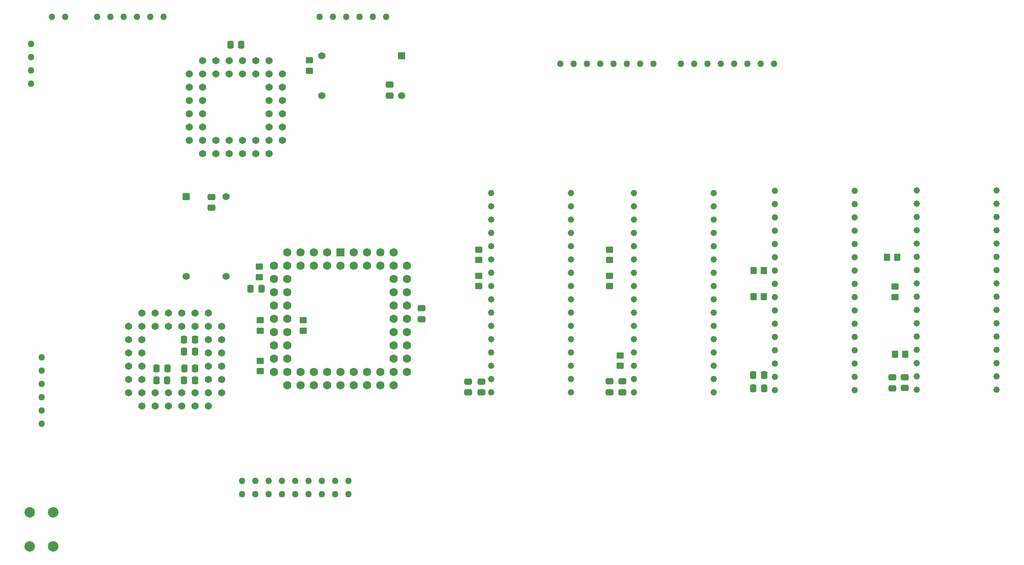
<source format=gbr>
%TF.GenerationSoftware,KiCad,Pcbnew,(6.0.0)*%
%TF.CreationDate,2024-03-23T23:35:02-05:00*%
%TF.ProjectId,MCD,4d43442e-6b69-4636-9164-5f7063625858,rev?*%
%TF.SameCoordinates,Original*%
%TF.FileFunction,Soldermask,Bot*%
%TF.FilePolarity,Negative*%
%FSLAX46Y46*%
G04 Gerber Fmt 4.6, Leading zero omitted, Abs format (unit mm)*
G04 Created by KiCad (PCBNEW (6.0.0)) date 2024-03-23 23:35:02*
%MOMM*%
%LPD*%
G01*
G04 APERTURE LIST*
G04 Aperture macros list*
%AMRoundRect*
0 Rectangle with rounded corners*
0 $1 Rounding radius*
0 $2 $3 $4 $5 $6 $7 $8 $9 X,Y pos of 4 corners*
0 Add a 4 corners polygon primitive as box body*
4,1,4,$2,$3,$4,$5,$6,$7,$8,$9,$2,$3,0*
0 Add four circle primitives for the rounded corners*
1,1,$1+$1,$2,$3*
1,1,$1+$1,$4,$5*
1,1,$1+$1,$6,$7*
1,1,$1+$1,$8,$9*
0 Add four rect primitives between the rounded corners*
20,1,$1+$1,$2,$3,$4,$5,0*
20,1,$1+$1,$4,$5,$6,$7,0*
20,1,$1+$1,$6,$7,$8,$9,0*
20,1,$1+$1,$8,$9,$2,$3,0*%
G04 Aperture macros list end*
%ADD10C,1.270000*%
%ADD11C,1.244600*%
%ADD12C,2.000000*%
%ADD13C,1.371600*%
%ADD14RoundRect,0.102000X0.579000X0.579000X-0.579000X0.579000X-0.579000X-0.579000X0.579000X-0.579000X0*%
%ADD15C,1.362000*%
%ADD16RoundRect,0.102000X-0.579000X0.579000X-0.579000X-0.579000X0.579000X-0.579000X0.579000X0.579000X0*%
%ADD17RoundRect,0.102000X-0.700000X-0.700000X0.700000X-0.700000X0.700000X0.700000X-0.700000X0.700000X0*%
%ADD18C,1.604000*%
%ADD19RoundRect,0.250000X-0.350000X-0.450000X0.350000X-0.450000X0.350000X0.450000X-0.350000X0.450000X0*%
%ADD20RoundRect,0.250000X0.350000X0.450000X-0.350000X0.450000X-0.350000X-0.450000X0.350000X-0.450000X0*%
%ADD21RoundRect,0.250000X0.475000X-0.337500X0.475000X0.337500X-0.475000X0.337500X-0.475000X-0.337500X0*%
%ADD22RoundRect,0.250000X0.450000X-0.350000X0.450000X0.350000X-0.450000X0.350000X-0.450000X-0.350000X0*%
%ADD23RoundRect,0.250000X0.337500X0.475000X-0.337500X0.475000X-0.337500X-0.475000X0.337500X-0.475000X0*%
%ADD24RoundRect,0.250000X-0.450000X0.350000X-0.450000X-0.350000X0.450000X-0.350000X0.450000X0.350000X0*%
%ADD25RoundRect,0.250000X-0.337500X-0.475000X0.337500X-0.475000X0.337500X0.475000X-0.337500X0.475000X0*%
%ADD26RoundRect,0.250000X-0.475000X0.337500X-0.475000X-0.337500X0.475000X-0.337500X0.475000X0.337500X0*%
G04 APERTURE END LIST*
D10*
%TO.C,J8*%
X130850000Y-75500000D03*
X128310000Y-75500000D03*
X125770000Y-75500000D03*
X123230000Y-75500000D03*
X120690000Y-75500000D03*
X118150000Y-75500000D03*
%TD*%
D11*
%TO.C,U4*%
X208650000Y-147300000D03*
X208650000Y-144760000D03*
X208650000Y-142220000D03*
X208650000Y-139680000D03*
X208650000Y-137140000D03*
X208650000Y-134600000D03*
X208650000Y-132060000D03*
X208650000Y-129520000D03*
X208650000Y-126980000D03*
X208650000Y-124440000D03*
X208650000Y-121900000D03*
X208650000Y-119360000D03*
X208650000Y-116820000D03*
X208650000Y-114280000D03*
X208650000Y-111740000D03*
X208650000Y-109200000D03*
X193410000Y-109200000D03*
X193410000Y-111740000D03*
X193410000Y-114280000D03*
X193410000Y-116820000D03*
X193410000Y-119360000D03*
X193410000Y-121900000D03*
X193410000Y-124440000D03*
X193410000Y-126980000D03*
X193410000Y-129520000D03*
X193410000Y-132060000D03*
X193410000Y-134600000D03*
X193410000Y-137140000D03*
X193410000Y-139680000D03*
X193410000Y-142220000D03*
X193410000Y-144760000D03*
X193410000Y-147300000D03*
%TD*%
D10*
%TO.C,J4*%
X105500000Y-80690000D03*
X105500000Y-83230000D03*
X105500000Y-85770000D03*
X105500000Y-88310000D03*
%TD*%
D11*
%TO.C,U3*%
X289890000Y-146800000D03*
X289890000Y-144260000D03*
X289890000Y-141720000D03*
X289890000Y-139180000D03*
X289890000Y-136640000D03*
X289890000Y-134100000D03*
X289890000Y-131560000D03*
X289890000Y-129020000D03*
X289890000Y-126480000D03*
X289890000Y-123940000D03*
X289890000Y-121400000D03*
X289890000Y-118860000D03*
X289890000Y-116320000D03*
X289890000Y-113780000D03*
X289890000Y-111240000D03*
X289890000Y-108700000D03*
X274650000Y-108700000D03*
X274650000Y-111240000D03*
X274650000Y-113780000D03*
X274650000Y-116320000D03*
X274650000Y-118860000D03*
X274650000Y-121400000D03*
X274650000Y-123940000D03*
X274650000Y-126480000D03*
X274650000Y-129020000D03*
X274650000Y-131560000D03*
X274650000Y-134100000D03*
X274650000Y-136640000D03*
X274650000Y-139180000D03*
X274650000Y-141720000D03*
X274650000Y-144260000D03*
X274650000Y-146800000D03*
%TD*%
D12*
%TO.C,SW1*%
X105250000Y-170250000D03*
X105250000Y-176750000D03*
X109750000Y-176750000D03*
X109750000Y-170250000D03*
%TD*%
D10*
%TO.C,J5*%
X107550000Y-153350000D03*
X107550000Y-150810000D03*
X107550000Y-148270000D03*
X107550000Y-145730000D03*
X107550000Y-143190000D03*
X107550000Y-140650000D03*
%TD*%
D11*
%TO.C,U5*%
X262820000Y-146840000D03*
X262820000Y-144300000D03*
X262820000Y-141760000D03*
X262820000Y-139220000D03*
X262820000Y-136680000D03*
X262820000Y-134140000D03*
X262820000Y-131600000D03*
X262820000Y-129060000D03*
X262820000Y-126520000D03*
X262820000Y-123980000D03*
X262820000Y-121440000D03*
X262820000Y-118900000D03*
X262820000Y-116360000D03*
X262820000Y-113820000D03*
X262820000Y-111280000D03*
X262820000Y-108740000D03*
X247580000Y-108740000D03*
X247580000Y-111280000D03*
X247580000Y-113820000D03*
X247580000Y-116360000D03*
X247580000Y-118900000D03*
X247580000Y-121440000D03*
X247580000Y-123980000D03*
X247580000Y-126520000D03*
X247580000Y-129060000D03*
X247580000Y-131600000D03*
X247580000Y-134140000D03*
X247580000Y-136680000D03*
X247580000Y-139220000D03*
X247580000Y-141760000D03*
X247580000Y-144300000D03*
X247580000Y-146840000D03*
%TD*%
%TO.C,U2*%
X235890000Y-147300000D03*
X235890000Y-144760000D03*
X235890000Y-142220000D03*
X235890000Y-139680000D03*
X235890000Y-137140000D03*
X235890000Y-134600000D03*
X235890000Y-132060000D03*
X235890000Y-129520000D03*
X235890000Y-126980000D03*
X235890000Y-124440000D03*
X235890000Y-121900000D03*
X235890000Y-119360000D03*
X235890000Y-116820000D03*
X235890000Y-114280000D03*
X235890000Y-111740000D03*
X235890000Y-109200000D03*
X220650000Y-109200000D03*
X220650000Y-111740000D03*
X220650000Y-114280000D03*
X220650000Y-116820000D03*
X220650000Y-119360000D03*
X220650000Y-121900000D03*
X220650000Y-124440000D03*
X220650000Y-126980000D03*
X220650000Y-129520000D03*
X220650000Y-132060000D03*
X220650000Y-134600000D03*
X220650000Y-137140000D03*
X220650000Y-139680000D03*
X220650000Y-142220000D03*
X220650000Y-144760000D03*
X220650000Y-147300000D03*
%TD*%
D13*
%TO.C,U6*%
X145920000Y-86450000D03*
X143380000Y-83910000D03*
X143380000Y-86450000D03*
X140840000Y-83910000D03*
X140840000Y-86450000D03*
X138300000Y-83910000D03*
X135760000Y-86450000D03*
X138300000Y-86450000D03*
X135760000Y-88990000D03*
X138300000Y-88990000D03*
X135760000Y-91530000D03*
X138300000Y-91530000D03*
X135760000Y-94070000D03*
X138300000Y-94070000D03*
X135760000Y-96610000D03*
X138300000Y-96610000D03*
X135760000Y-99150000D03*
X138300000Y-101690000D03*
X138300000Y-99150000D03*
X140840000Y-101690000D03*
X140840000Y-99150000D03*
X143380000Y-101690000D03*
X143380000Y-99150000D03*
X145920000Y-101690000D03*
X145920000Y-99150000D03*
X148460000Y-101690000D03*
X148460000Y-99150000D03*
X151000000Y-101690000D03*
X153540000Y-99150000D03*
X151000000Y-99150000D03*
X153540000Y-96610000D03*
X151000000Y-96610000D03*
X153540000Y-94070000D03*
X151000000Y-94070000D03*
X153540000Y-91530000D03*
X151000000Y-91530000D03*
X153540000Y-88990000D03*
X151000000Y-88990000D03*
X153540000Y-86450000D03*
X151000000Y-83910000D03*
X151000000Y-86450000D03*
X148460000Y-83910000D03*
X148460000Y-86450000D03*
X145920000Y-83910000D03*
%TD*%
D10*
%TO.C,J3*%
X145840000Y-166770000D03*
X145840000Y-164230000D03*
X148380000Y-166770000D03*
X148380000Y-164230000D03*
X150920000Y-166770000D03*
X150920000Y-164230000D03*
X153460000Y-166770000D03*
X153460000Y-164230000D03*
X156000000Y-166770000D03*
X156000000Y-164230000D03*
X158540000Y-166770000D03*
X158540000Y-164230000D03*
X161080000Y-166770000D03*
X161080000Y-164230000D03*
X163620000Y-166770000D03*
X163620000Y-164230000D03*
X166160000Y-166770000D03*
X166160000Y-164230000D03*
%TD*%
D14*
%TO.C,Y1*%
X176270000Y-82990000D03*
D15*
X161030000Y-82990000D03*
X161030000Y-90610000D03*
X176270000Y-90610000D03*
%TD*%
D10*
%TO.C,J1*%
X206610000Y-84500000D03*
X209150000Y-84500000D03*
X211690000Y-84500000D03*
X214230000Y-84500000D03*
X216770000Y-84500000D03*
X219310000Y-84500000D03*
X221850000Y-84500000D03*
X224390000Y-84500000D03*
%TD*%
D13*
%TO.C,U1*%
X134320000Y-134650000D03*
X131780000Y-132110000D03*
X131780000Y-134650000D03*
X129240000Y-132110000D03*
X129240000Y-134650000D03*
X126700000Y-132110000D03*
X124160000Y-134650000D03*
X126700000Y-134650000D03*
X124160000Y-137190000D03*
X126700000Y-137190000D03*
X124160000Y-139730000D03*
X126700000Y-139730000D03*
X124160000Y-142270000D03*
X126700000Y-142270000D03*
X124160000Y-144810000D03*
X126700000Y-144810000D03*
X124160000Y-147350000D03*
X126700000Y-149890000D03*
X126700000Y-147350000D03*
X129240000Y-149890000D03*
X129240000Y-147350000D03*
X131780000Y-149890000D03*
X131780000Y-147350000D03*
X134320000Y-149890000D03*
X134320000Y-147350000D03*
X136860000Y-149890000D03*
X136860000Y-147350000D03*
X139400000Y-149890000D03*
X141940000Y-147350000D03*
X139400000Y-147350000D03*
X141940000Y-144810000D03*
X139400000Y-144810000D03*
X141940000Y-142270000D03*
X139400000Y-142270000D03*
X141940000Y-139730000D03*
X139400000Y-139730000D03*
X141940000Y-137190000D03*
X139400000Y-137190000D03*
X141940000Y-134650000D03*
X139400000Y-132110000D03*
X139400000Y-134650000D03*
X136860000Y-132110000D03*
X136860000Y-134650000D03*
X134320000Y-132110000D03*
%TD*%
D16*
%TO.C,Y2*%
X135190000Y-109880000D03*
D15*
X135190000Y-125120000D03*
X142810000Y-125120000D03*
X142810000Y-109880000D03*
%TD*%
D10*
%TO.C,J6*%
X109460000Y-75500000D03*
X112000000Y-75500000D03*
%TD*%
%TO.C,J2*%
X229610000Y-84500000D03*
X232150000Y-84500000D03*
X234690000Y-84500000D03*
X237230000Y-84500000D03*
X239770000Y-84500000D03*
X242310000Y-84500000D03*
X244850000Y-84500000D03*
X247390000Y-84500000D03*
%TD*%
D17*
%TO.C,U9*%
X164650510Y-120560000D03*
D18*
X164650510Y-123100000D03*
X162110510Y-120560000D03*
X162110510Y-123100000D03*
X159570510Y-120560000D03*
X159570510Y-123100000D03*
X157030510Y-120560000D03*
X157030510Y-123100000D03*
X154490510Y-120560000D03*
X151950510Y-123100000D03*
X154490510Y-123100000D03*
X151950510Y-125640000D03*
X154490510Y-125640000D03*
X151950510Y-128180000D03*
X154490510Y-128180000D03*
X151950510Y-130720000D03*
X154490510Y-130720000D03*
X151950510Y-133260000D03*
X154490510Y-133260000D03*
X151950510Y-135800000D03*
X154490510Y-135800000D03*
X151950510Y-138340000D03*
X154490510Y-138340000D03*
X151950510Y-140880000D03*
X154490510Y-140880000D03*
X151950510Y-143420000D03*
X154490510Y-145960000D03*
X154490510Y-143420000D03*
X157030510Y-145960000D03*
X157030510Y-143420000D03*
X159570510Y-145960000D03*
X159570510Y-143420000D03*
X162110510Y-145960000D03*
X162110510Y-143420000D03*
X164650510Y-145960000D03*
X164650510Y-143420000D03*
X167190510Y-145960000D03*
X167190510Y-143420000D03*
X169730510Y-145960000D03*
X169730510Y-143420000D03*
X172270510Y-145960000D03*
X172270510Y-143420000D03*
X174810510Y-145960000D03*
X177350510Y-143420000D03*
X174810510Y-143420000D03*
X177350510Y-140880000D03*
X174810510Y-140880000D03*
X177350510Y-138340000D03*
X174810510Y-138340000D03*
X177350510Y-135800000D03*
X174810510Y-135800000D03*
X177350510Y-133260000D03*
X174810510Y-133260000D03*
X177350510Y-130720000D03*
X174810510Y-130720000D03*
X177350510Y-128180000D03*
X174810510Y-128180000D03*
X177350510Y-125640000D03*
X174810510Y-125640000D03*
X177350510Y-123100000D03*
X174810510Y-120560000D03*
X174810510Y-123100000D03*
X172270510Y-120560000D03*
X172270510Y-123100000D03*
X169730510Y-120560000D03*
X169730510Y-123100000D03*
X167190510Y-120560000D03*
X167190510Y-123100000D03*
%TD*%
D10*
%TO.C,J7*%
X160650000Y-75500000D03*
X163190000Y-75500000D03*
X165730000Y-75500000D03*
X168270000Y-75500000D03*
X170810000Y-75500000D03*
X173350000Y-75500000D03*
%TD*%
D19*
%TO.C,R11*%
X269000000Y-121500000D03*
X271000000Y-121500000D03*
%TD*%
D20*
%TO.C,R5*%
X245500000Y-129000000D03*
X243500000Y-129000000D03*
%TD*%
D21*
%TO.C,C3*%
X216000000Y-147287500D03*
X216000000Y-145212500D03*
%TD*%
D22*
%TO.C,R1*%
X157500000Y-135500000D03*
X157500000Y-133500000D03*
%TD*%
D23*
%TO.C,C6*%
X136860000Y-142750000D03*
X134785000Y-142750000D03*
%TD*%
D24*
%TO.C,R15*%
X158650000Y-83800000D03*
X158650000Y-85800000D03*
%TD*%
D22*
%TO.C,R14*%
X270500000Y-129100000D03*
X270500000Y-127100000D03*
%TD*%
D24*
%TO.C,R7*%
X216000000Y-120000000D03*
X216000000Y-122000000D03*
%TD*%
D21*
%TO.C,C1*%
X218500000Y-147287500D03*
X218500000Y-145212500D03*
%TD*%
D24*
%TO.C,R8*%
X218000000Y-140250000D03*
X218000000Y-142250000D03*
%TD*%
D20*
%TO.C,R6*%
X245500000Y-124000000D03*
X243500000Y-124000000D03*
%TD*%
D23*
%TO.C,C22*%
X149537500Y-127500000D03*
X147462500Y-127500000D03*
%TD*%
D21*
%TO.C,C2*%
X272400000Y-146475000D03*
X272400000Y-144400000D03*
%TD*%
%TO.C,C10*%
X189000000Y-147325000D03*
X189000000Y-145250000D03*
%TD*%
%TO.C,C4*%
X270000000Y-146537500D03*
X270000000Y-144462500D03*
%TD*%
D24*
%TO.C,R9*%
X149250000Y-133500000D03*
X149250000Y-135500000D03*
%TD*%
D23*
%TO.C,C16*%
X145687500Y-80800000D03*
X143612500Y-80800000D03*
%TD*%
D22*
%TO.C,R2*%
X149250000Y-143250000D03*
X149250000Y-141250000D03*
%TD*%
D21*
%TO.C,C13*%
X191500000Y-147325000D03*
X191500000Y-145250000D03*
%TD*%
D23*
%TO.C,C9*%
X136837500Y-139500000D03*
X134762500Y-139500000D03*
%TD*%
D21*
%TO.C,C15*%
X174000000Y-90537500D03*
X174000000Y-88462500D03*
%TD*%
D23*
%TO.C,C5*%
X136837500Y-145000000D03*
X134762500Y-145000000D03*
%TD*%
D24*
%TO.C,R3*%
X191000000Y-125000000D03*
X191000000Y-127000000D03*
%TD*%
D23*
%TO.C,C11*%
X245537500Y-144000000D03*
X243462500Y-144000000D03*
%TD*%
%TO.C,C7*%
X136837500Y-137250000D03*
X134762500Y-137250000D03*
%TD*%
D25*
%TO.C,C12*%
X129475000Y-145000000D03*
X131550000Y-145000000D03*
%TD*%
D26*
%TO.C,C17*%
X140000000Y-109962500D03*
X140000000Y-112037500D03*
%TD*%
D23*
%TO.C,C8*%
X245537500Y-146500000D03*
X243462500Y-146500000D03*
%TD*%
D21*
%TO.C,C23*%
X180150510Y-133297500D03*
X180150510Y-131222500D03*
%TD*%
D22*
%TO.C,R13*%
X149150510Y-125260000D03*
X149150510Y-123260000D03*
%TD*%
D20*
%TO.C,R12*%
X272500000Y-140000000D03*
X270500000Y-140000000D03*
%TD*%
D25*
%TO.C,C14*%
X129512500Y-142750000D03*
X131587500Y-142750000D03*
%TD*%
D24*
%TO.C,R10*%
X216000000Y-125000000D03*
X216000000Y-127000000D03*
%TD*%
%TO.C,R4*%
X191000000Y-120000000D03*
X191000000Y-122000000D03*
%TD*%
M02*

</source>
